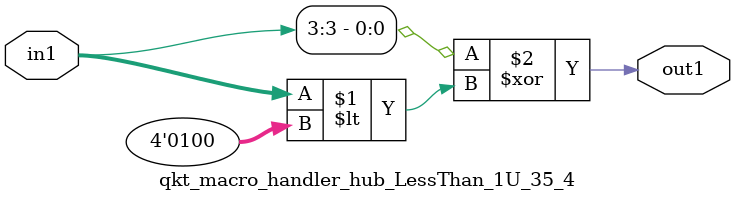
<source format=v>

`timescale 1ps / 1ps


module qkt_macro_handler_hub_LessThan_1U_35_4( in1, out1 );

    input [3:0] in1;
    output out1;

    
    // rtl_process:qkt_macro_handler_hub_LessThan_1U_35_4/qkt_macro_handler_hub_LessThan_1U_35_4_thread_1
    assign out1 = (in1[3] ^ in1 < 4'd04);

endmodule


</source>
